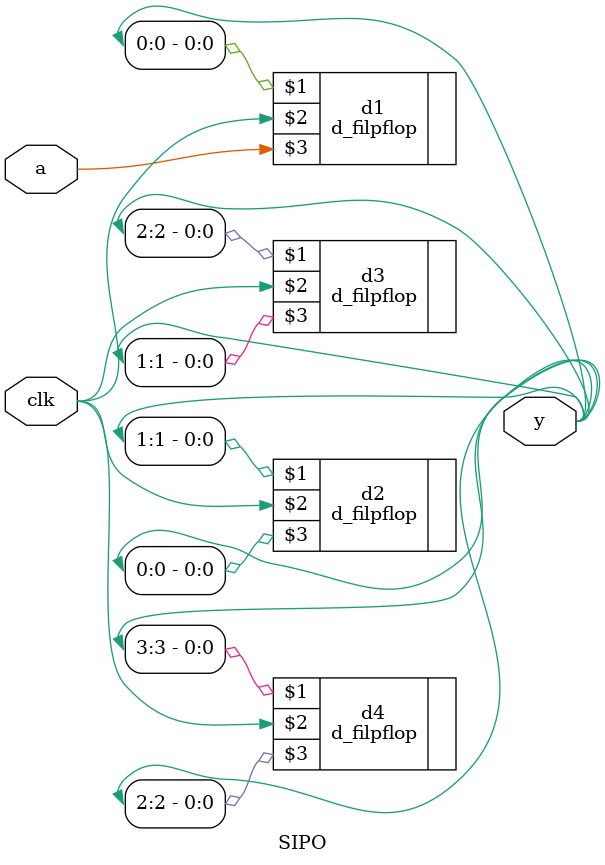
<source format=v>
module SIPO(y,clk,a);
output [3:0]y;
input clk,a;
d_filpflop d1(y[0],clk,a);
d_filpflop d2(y[1],clk,y[0]);
d_filpflop d3(y[2],clk,y[1]);
d_filpflop d4(y[3],clk,y[2]);
endmodule



</source>
